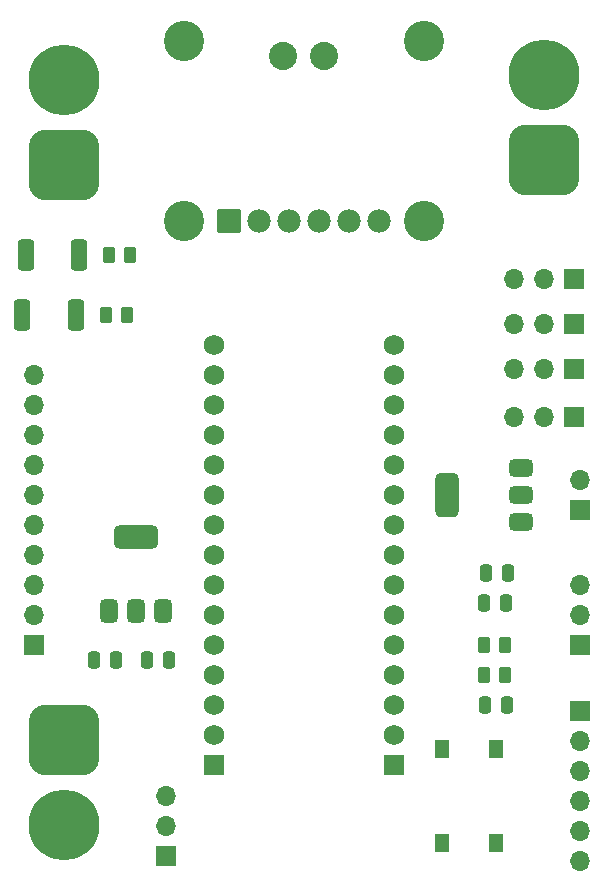
<source format=gbr>
%TF.GenerationSoftware,KiCad,Pcbnew,7.0.10-7.0.10~ubuntu22.04.1*%
%TF.CreationDate,2024-09-29T13:00:56+02:00*%
%TF.ProjectId,kicad,6b696361-642e-46b6-9963-61645f706362,rev?*%
%TF.SameCoordinates,Original*%
%TF.FileFunction,Soldermask,Top*%
%TF.FilePolarity,Negative*%
%FSLAX46Y46*%
G04 Gerber Fmt 4.6, Leading zero omitted, Abs format (unit mm)*
G04 Created by KiCad (PCBNEW 7.0.10-7.0.10~ubuntu22.04.1) date 2024-09-29 13:00:56*
%MOMM*%
%LPD*%
G01*
G04 APERTURE LIST*
G04 Aperture macros list*
%AMRoundRect*
0 Rectangle with rounded corners*
0 $1 Rounding radius*
0 $2 $3 $4 $5 $6 $7 $8 $9 X,Y pos of 4 corners*
0 Add a 4 corners polygon primitive as box body*
4,1,4,$2,$3,$4,$5,$6,$7,$8,$9,$2,$3,0*
0 Add four circle primitives for the rounded corners*
1,1,$1+$1,$2,$3*
1,1,$1+$1,$4,$5*
1,1,$1+$1,$6,$7*
1,1,$1+$1,$8,$9*
0 Add four rect primitives between the rounded corners*
20,1,$1+$1,$2,$3,$4,$5,0*
20,1,$1+$1,$4,$5,$6,$7,0*
20,1,$1+$1,$6,$7,$8,$9,0*
20,1,$1+$1,$8,$9,$2,$3,0*%
G04 Aperture macros list end*
%ADD10R,1.700000X1.700000*%
%ADD11O,1.700000X1.700000*%
%ADD12R,1.300000X1.550000*%
%ADD13C,1.734000*%
%ADD14RoundRect,0.102000X0.765000X0.765000X-0.765000X0.765000X-0.765000X-0.765000X0.765000X-0.765000X0*%
%ADD15RoundRect,0.102000X-0.889000X-0.889000X0.889000X-0.889000X0.889000X0.889000X-0.889000X0.889000X0*%
%ADD16C,1.982000*%
%ADD17C,3.404000*%
%ADD18C,2.388400*%
%ADD19RoundRect,0.375000X0.625000X0.375000X-0.625000X0.375000X-0.625000X-0.375000X0.625000X-0.375000X0*%
%ADD20RoundRect,0.500000X0.500000X1.400000X-0.500000X1.400000X-0.500000X-1.400000X0.500000X-1.400000X0*%
%ADD21RoundRect,0.250000X0.250000X0.475000X-0.250000X0.475000X-0.250000X-0.475000X0.250000X-0.475000X0*%
%ADD22RoundRect,0.250000X-0.262500X-0.450000X0.262500X-0.450000X0.262500X0.450000X-0.262500X0.450000X0*%
%ADD23RoundRect,1.500000X-1.500000X1.500000X-1.500000X-1.500000X1.500000X-1.500000X1.500000X1.500000X0*%
%ADD24C,6.000000*%
%ADD25RoundRect,1.500000X1.500000X-1.500000X1.500000X1.500000X-1.500000X1.500000X-1.500000X-1.500000X0*%
%ADD26RoundRect,0.375000X0.375000X-0.625000X0.375000X0.625000X-0.375000X0.625000X-0.375000X-0.625000X0*%
%ADD27RoundRect,0.500000X1.400000X-0.500000X1.400000X0.500000X-1.400000X0.500000X-1.400000X-0.500000X0*%
%ADD28RoundRect,0.250000X-0.425000X-1.075000X0.425000X-1.075000X0.425000X1.075000X-0.425000X1.075000X0*%
%ADD29RoundRect,0.250000X0.262500X0.450000X-0.262500X0.450000X-0.262500X-0.450000X0.262500X-0.450000X0*%
G04 APERTURE END LIST*
D10*
%TO.C,J9*%
X112268000Y-127127000D03*
D11*
X112268000Y-124587000D03*
X112268000Y-122047000D03*
%TD*%
D12*
%TO.C,BUTTON1*%
X140172000Y-118024000D03*
X140172000Y-125984000D03*
X135672000Y-118024000D03*
X135672000Y-125984000D03*
%TD*%
D13*
%TO.C,U5*%
X131572000Y-83820000D03*
X131572000Y-86360000D03*
X131572000Y-88900000D03*
X131572000Y-91440000D03*
X131572000Y-93980000D03*
X131572000Y-96520000D03*
X131572000Y-99060000D03*
X131572000Y-101600000D03*
X131572000Y-104140000D03*
X131572000Y-106680000D03*
X131572000Y-109220000D03*
X131572000Y-111760000D03*
X131572000Y-114300000D03*
X131572000Y-116840000D03*
D14*
X131572000Y-119380000D03*
D13*
X116332000Y-83820000D03*
X116332000Y-86360000D03*
X116332000Y-88900000D03*
X116332000Y-91440000D03*
X116332000Y-93980000D03*
X116332000Y-96520000D03*
X116332000Y-99060000D03*
X116332000Y-101600000D03*
X116332000Y-104140000D03*
X116332000Y-106680000D03*
X116332000Y-109220000D03*
X116332000Y-111760000D03*
X116332000Y-114300000D03*
X116332000Y-116840000D03*
D14*
X116332000Y-119380000D03*
%TD*%
D15*
%TO.C,U1*%
X117602000Y-73357500D03*
D16*
X120142000Y-73357500D03*
X122682000Y-73357500D03*
X125222000Y-73357500D03*
X127762000Y-73357500D03*
X130302000Y-73357500D03*
D17*
X113792000Y-58117500D03*
X134112000Y-58117500D03*
X113792000Y-73357500D03*
X134112000Y-73357500D03*
D18*
X125652000Y-59387500D03*
X122152000Y-59387500D03*
%TD*%
D19*
%TO.C,U2*%
X142342000Y-94220000D03*
D20*
X136042000Y-96520000D03*
D19*
X142342000Y-96520000D03*
X142342000Y-98820000D03*
%TD*%
D21*
%TO.C,C4*%
X139192000Y-105664000D03*
X141092000Y-105664000D03*
%TD*%
D10*
%TO.C,J5*%
X146812000Y-89916000D03*
D11*
X144272000Y-89916000D03*
X141732000Y-89916000D03*
%TD*%
%TO.C,J6*%
X101092000Y-86360000D03*
X101092000Y-88900000D03*
X101092000Y-91440000D03*
X101092000Y-93980000D03*
X101092000Y-96520000D03*
X101092000Y-99060000D03*
X101092000Y-101600000D03*
X101092000Y-104140000D03*
X101092000Y-106680000D03*
D10*
X101092000Y-109220000D03*
%TD*%
%TO.C,J3*%
X146827000Y-82042000D03*
D11*
X144287000Y-82042000D03*
X141747000Y-82042000D03*
%TD*%
D22*
%TO.C,R9*%
X107188000Y-81280000D03*
X109013000Y-81280000D03*
%TD*%
%TO.C,R7*%
X139192000Y-111760000D03*
X141017000Y-111760000D03*
%TD*%
D21*
%TO.C,C1*%
X141158000Y-114300000D03*
X139258000Y-114300000D03*
%TD*%
D23*
%TO.C,J1*%
X103632000Y-117260000D03*
D24*
X103632000Y-124460000D03*
%TD*%
D25*
%TO.C,J7*%
X144272000Y-68160000D03*
D24*
X144272000Y-60960000D03*
%TD*%
D26*
%TO.C,U3*%
X107428000Y-106376000D03*
X109728000Y-106376000D03*
D27*
X109728000Y-100076000D03*
D26*
X112028000Y-106376000D03*
%TD*%
D21*
%TO.C,C3*%
X106172000Y-110490000D03*
X108072000Y-110490000D03*
%TD*%
%TO.C,C5*%
X141224000Y-103124000D03*
X139324000Y-103124000D03*
%TD*%
D11*
%TO.C,J2*%
X141747000Y-78232000D03*
X144287000Y-78232000D03*
D10*
X146827000Y-78232000D03*
%TD*%
D11*
%TO.C,J11*%
X147320000Y-104125000D03*
X147320000Y-106665000D03*
D10*
X147320000Y-109205000D03*
%TD*%
%TO.C,J4*%
X146812000Y-85852000D03*
D11*
X144272000Y-85852000D03*
X141732000Y-85852000D03*
%TD*%
D10*
%TO.C,J10*%
X147320000Y-114808000D03*
D11*
X147320000Y-117348000D03*
X147320000Y-119888000D03*
X147320000Y-122428000D03*
X147320000Y-124968000D03*
X147320000Y-127508000D03*
%TD*%
D25*
%TO.C,J8*%
X103632000Y-68580000D03*
D24*
X103632000Y-61380000D03*
%TD*%
D28*
%TO.C,D1*%
X104902000Y-76200000D03*
X100402000Y-76200000D03*
%TD*%
D10*
%TO.C,J12*%
X147320000Y-97790000D03*
D11*
X147320000Y-95250000D03*
%TD*%
D28*
%TO.C,D2*%
X100112000Y-81280000D03*
X104612000Y-81280000D03*
%TD*%
D22*
%TO.C,R8*%
X107442000Y-76200000D03*
X109267000Y-76200000D03*
%TD*%
D21*
%TO.C,C2*%
X112522000Y-110490000D03*
X110622000Y-110490000D03*
%TD*%
D29*
%TO.C,R6*%
X139192000Y-109220000D03*
X141017000Y-109220000D03*
%TD*%
M02*

</source>
